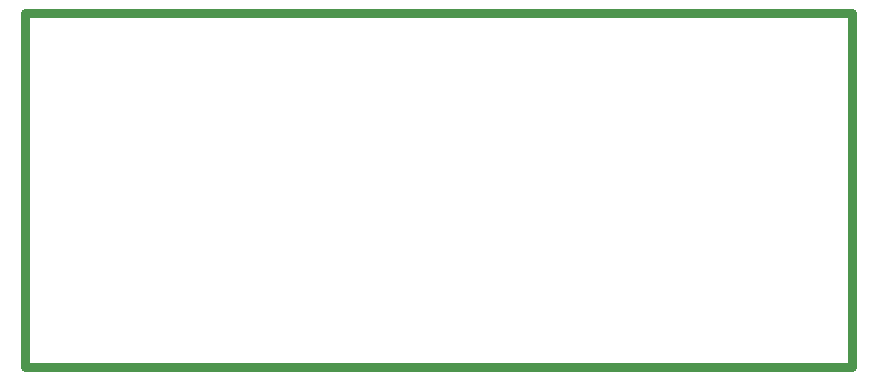
<source format=gbr>
%TF.GenerationSoftware,Altium Limited,Altium Designer,24.0.1 (36)*%
G04 Layer_Color=16711935*
%FSLAX45Y45*%
%MOMM*%
%TF.SameCoordinates,0E29F696-F137-483D-8A73-7D746D5A856F*%
%TF.FilePolarity,Positive*%
%TF.FileFunction,Keep-out,Top*%
%TF.Part,Single*%
G01*
G75*
%TA.AperFunction,NonConductor*%
%ADD74C,0.75000*%
D74*
X5675000Y3000000D02*
X7000000D01*
Y750000D02*
Y2250000D01*
Y0D02*
Y750000D01*
X7000000Y2250000D02*
Y3000000D01*
X0Y3000000D02*
X1925000Y3000000D01*
X5675000D01*
X-0Y0D02*
X0Y3000000D01*
X4687500Y0D02*
X5625000D01*
X1875000D02*
X2812500D01*
X5625000D02*
X7000000D01*
X0D02*
X1875000D01*
X2812500D02*
X4687500D01*
%TF.MD5,5ac6eead05c496105ff25eabe4035405*%
M02*

</source>
